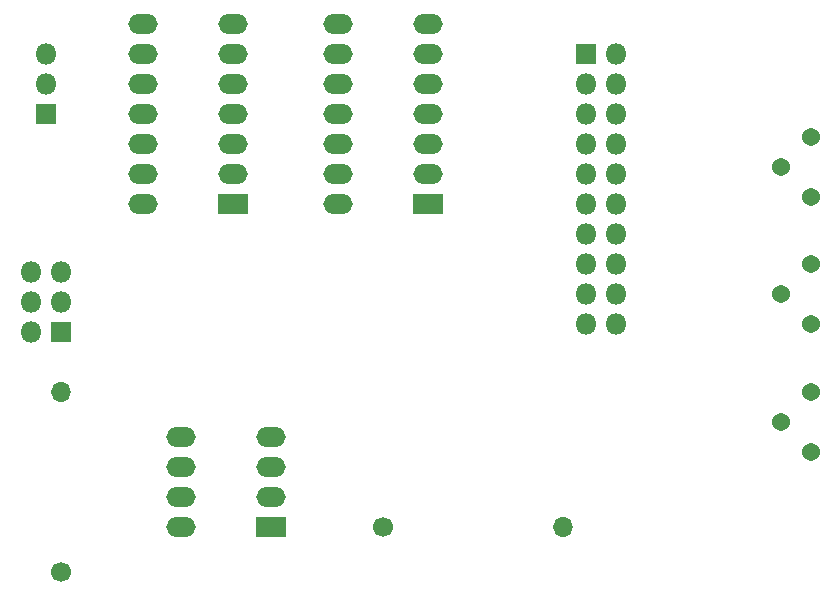
<source format=gbr>
%TF.GenerationSoftware,KiCad,Pcbnew,(5.1.6)-1*%
%TF.CreationDate,2021-02-01T21:39:40+01:00*%
%TF.ProjectId,carteDmx512,63617274-6544-46d7-9835-31322e6b6963,rev?*%
%TF.SameCoordinates,Original*%
%TF.FileFunction,Soldermask,Top*%
%TF.FilePolarity,Negative*%
%FSLAX46Y46*%
G04 Gerber Fmt 4.6, Leading zero omitted, Abs format (unit mm)*
G04 Created by KiCad (PCBNEW (5.1.6)-1) date 2021-02-01 21:39:40*
%MOMM*%
%LPD*%
G01*
G04 APERTURE LIST*
%ADD10O,2.500000X1.700000*%
%ADD11R,2.500000X1.700000*%
%ADD12C,1.540000*%
%ADD13O,1.700000X1.700000*%
%ADD14C,1.700000*%
%ADD15O,1.800000X1.800000*%
%ADD16R,1.800000X1.800000*%
G04 APERTURE END LIST*
D10*
%TO.C,U3*%
X82550000Y-170180000D03*
X90170000Y-162560000D03*
X82550000Y-167640000D03*
X90170000Y-165100000D03*
X82550000Y-165100000D03*
X90170000Y-167640000D03*
X82550000Y-162560000D03*
D11*
X90170000Y-170180000D03*
%TD*%
D12*
%TO.C,RV3*%
X135890000Y-158750000D03*
X133350000Y-161290000D03*
X135890000Y-163830000D03*
%TD*%
%TO.C,RV2*%
X135890000Y-147955000D03*
X133350000Y-150495000D03*
X135890000Y-153035000D03*
%TD*%
%TO.C,RV1*%
X135890000Y-137160000D03*
X133350000Y-139700000D03*
X135890000Y-142240000D03*
%TD*%
D13*
%TO.C,R2*%
X114935000Y-170180000D03*
D14*
X99695000Y-170180000D03*
%TD*%
D13*
%TO.C,R1*%
X72390000Y-158750000D03*
D14*
X72390000Y-173990000D03*
%TD*%
D15*
%TO.C,J3*%
X69850000Y-148590000D03*
X72390000Y-148590000D03*
X69850000Y-151130000D03*
X72390000Y-151130000D03*
X69850000Y-153670000D03*
D16*
X72390000Y-153670000D03*
%TD*%
D15*
%TO.C,J2*%
X71120000Y-130175000D03*
X71120000Y-132715000D03*
D16*
X71120000Y-135255000D03*
%TD*%
D15*
%TO.C,J1*%
X119380000Y-153035000D03*
X116840000Y-153035000D03*
X119380000Y-150495000D03*
X116840000Y-150495000D03*
X119380000Y-147955000D03*
X116840000Y-147955000D03*
X119380000Y-145415000D03*
X116840000Y-145415000D03*
X119380000Y-142875000D03*
X116840000Y-142875000D03*
X119380000Y-140335000D03*
X116840000Y-140335000D03*
X119380000Y-137795000D03*
X116840000Y-137795000D03*
X119380000Y-135255000D03*
X116840000Y-135255000D03*
X119380000Y-132715000D03*
X116840000Y-132715000D03*
X119380000Y-130175000D03*
D16*
X116840000Y-130175000D03*
%TD*%
D11*
%TO.C,U1*%
X103505000Y-142875000D03*
D10*
X95885000Y-127635000D03*
X103505000Y-140335000D03*
X95885000Y-130175000D03*
X103505000Y-137795000D03*
X95885000Y-132715000D03*
X103505000Y-135255000D03*
X95885000Y-135255000D03*
X103505000Y-132715000D03*
X95885000Y-137795000D03*
X103505000Y-130175000D03*
X95885000Y-140335000D03*
X103505000Y-127635000D03*
X95885000Y-142875000D03*
%TD*%
%TO.C,U2*%
X79375000Y-142875000D03*
X86995000Y-127635000D03*
X79375000Y-140335000D03*
X86995000Y-130175000D03*
X79375000Y-137795000D03*
X86995000Y-132715000D03*
X79375000Y-135255000D03*
X86995000Y-135255000D03*
X79375000Y-132715000D03*
X86995000Y-137795000D03*
X79375000Y-130175000D03*
X86995000Y-140335000D03*
X79375000Y-127635000D03*
D11*
X86995000Y-142875000D03*
%TD*%
M02*

</source>
